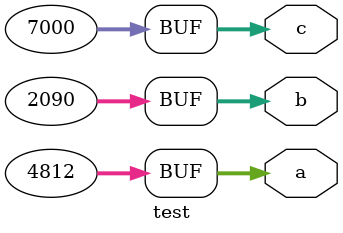
<source format=v>
module test(output [31:0] a, b, c);
  assign a = 1000 * $ln(123);
  assign b = 1000 * $log10(123);
  assign c = 1000 * $clog2(123);

initial begin
    $dumpfile("sim2.vcd");
    $dumpvars(0, test);  
end
endmodule
</source>
